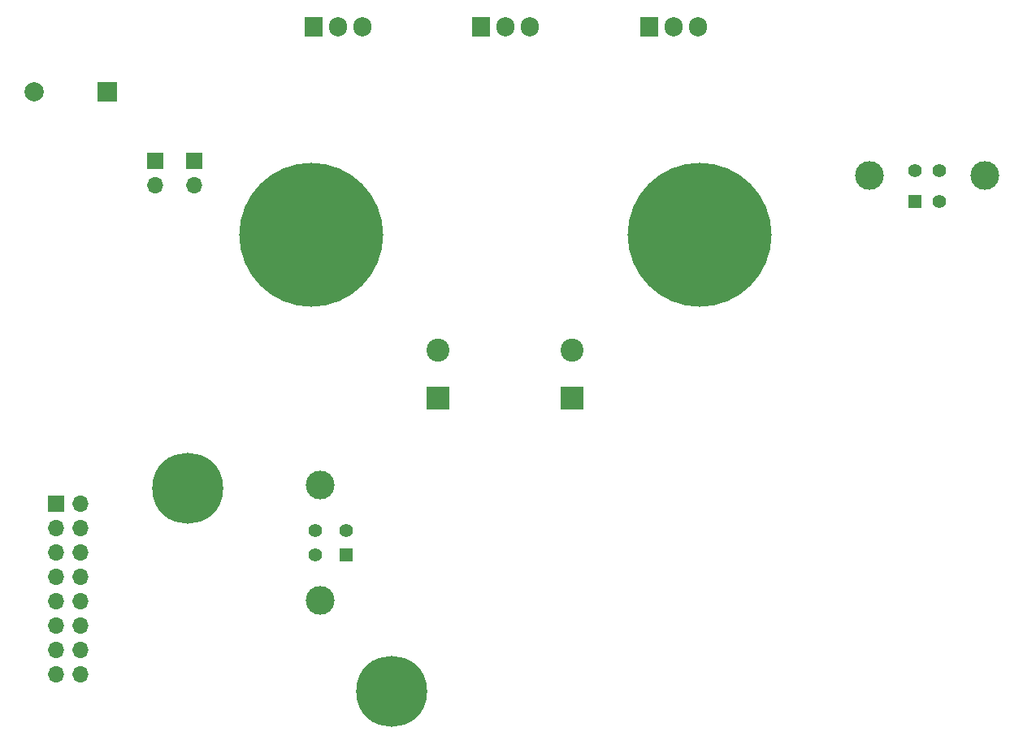
<source format=gbr>
%TF.GenerationSoftware,KiCad,Pcbnew,7.0.2-0*%
%TF.CreationDate,2023-06-29T11:19:38+08:00*%
%TF.ProjectId,H160_board,48313630-5f62-46f6-9172-642e6b696361,rev?*%
%TF.SameCoordinates,Original*%
%TF.FileFunction,Soldermask,Bot*%
%TF.FilePolarity,Negative*%
%FSLAX46Y46*%
G04 Gerber Fmt 4.6, Leading zero omitted, Abs format (unit mm)*
G04 Created by KiCad (PCBNEW 7.0.2-0) date 2023-06-29 11:19:38*
%MOMM*%
%LPD*%
G01*
G04 APERTURE LIST*
%ADD10R,1.400000X1.400000*%
%ADD11C,1.400000*%
%ADD12C,3.000000*%
%ADD13R,2.400000X2.400000*%
%ADD14C,2.400000*%
%ADD15C,15.000000*%
%ADD16C,4.100000*%
%ADD17C,7.400000*%
%ADD18R,1.905000X2.000000*%
%ADD19O,1.905000X2.000000*%
%ADD20R,2.000000X2.000000*%
%ADD21C,2.000000*%
%ADD22R,1.700000X1.700000*%
%ADD23O,1.700000X1.700000*%
G04 APERTURE END LIST*
D10*
%TO.C,J6*%
X142700000Y-82000000D03*
D11*
X145200000Y-82000000D03*
X145200000Y-78800000D03*
X142700000Y-78800000D03*
D12*
X149970000Y-79290000D03*
X137930000Y-79290000D03*
%TD*%
D13*
%TO.C,C5*%
X93000000Y-102500000D03*
D14*
X93000000Y-97500000D03*
%TD*%
D15*
%TO.C,H2*%
X120250000Y-85500000D03*
%TD*%
D13*
%TO.C,C4*%
X107000000Y-102500000D03*
D14*
X107000000Y-97500000D03*
%TD*%
D16*
%TO.C,H1*%
X88131000Y-133092000D03*
D17*
X88131000Y-133092000D03*
%TD*%
D18*
%TO.C,Q3*%
X97500000Y-63800000D03*
D19*
X100040000Y-63800000D03*
X102580000Y-63800000D03*
%TD*%
D16*
%TO.C,H4*%
X66907000Y-111879000D03*
D17*
X66907000Y-111879000D03*
%TD*%
D18*
%TO.C,Q4*%
X80000000Y-63800000D03*
D19*
X82540000Y-63800000D03*
X85080000Y-63800000D03*
%TD*%
D20*
%TO.C,BZ1*%
X58500000Y-70600000D03*
D21*
X50900000Y-70600000D03*
%TD*%
D22*
%TO.C,J5*%
X67600000Y-77775000D03*
D23*
X67600000Y-80315000D03*
%TD*%
D22*
%TO.C,J4*%
X53160000Y-113480000D03*
D23*
X55700000Y-113480000D03*
X53160000Y-116020000D03*
X55700000Y-116020000D03*
X53160000Y-118560000D03*
X55700000Y-118560000D03*
X53160000Y-121100000D03*
X55700000Y-121100000D03*
X53160000Y-123640000D03*
X55700000Y-123640000D03*
X53160000Y-126180000D03*
X55700000Y-126180000D03*
X53160000Y-128720000D03*
X55700000Y-128720000D03*
X53160000Y-131260000D03*
X55700000Y-131260000D03*
%TD*%
D10*
%TO.C,J1*%
X83400000Y-118800000D03*
D11*
X83400000Y-116300000D03*
X80200000Y-116300000D03*
X80200000Y-118800000D03*
D12*
X80690000Y-111530000D03*
X80690000Y-123570000D03*
%TD*%
D22*
%TO.C,J2*%
X63500000Y-77725000D03*
D23*
X63500000Y-80265000D03*
%TD*%
D15*
%TO.C,H3*%
X79750000Y-85500000D03*
%TD*%
D18*
%TO.C,Q6*%
X115000000Y-63800000D03*
D19*
X117540000Y-63800000D03*
X120080000Y-63800000D03*
%TD*%
M02*

</source>
